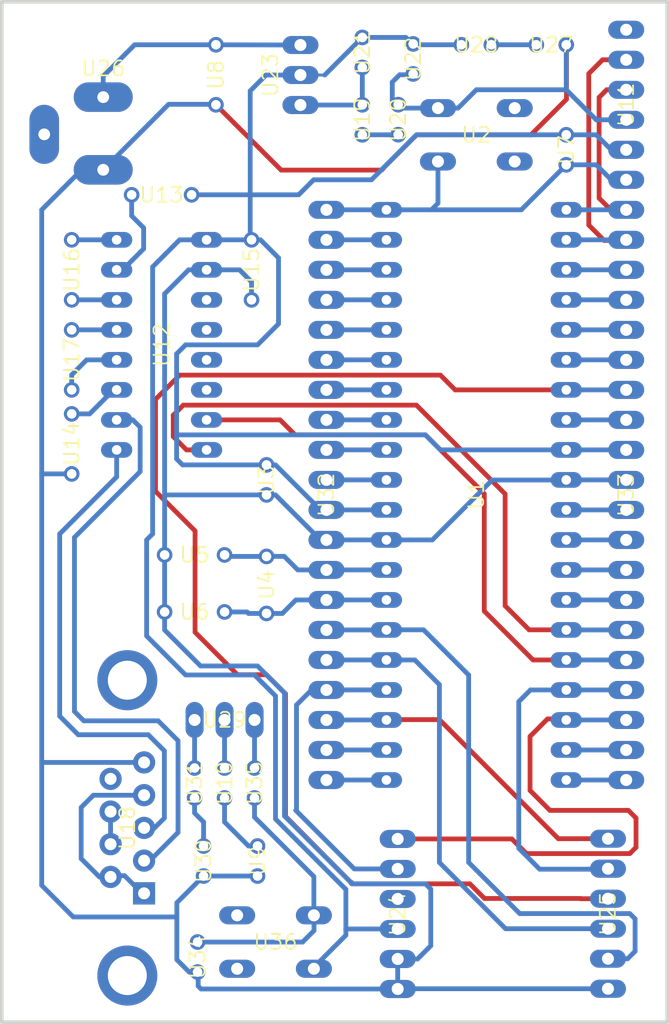
<source format=kicad_pcb>
(kicad_pcb (version 20241229) (generator "pcbnew") (generator_version "9.0")
  (layers (0 "F.Cu" signal "Top") (4 "In1.Cu" signal "Route2") (6 "In2.Cu" signal "Route3") (8 "In3.Cu" signal "Route4") (10 "In4.Cu" signal "Route5") (12 "In5.Cu" signal "Route6") (14 "In6.Cu" signal "Route7") (16 "In7.Cu" signal "Route8") (18 "In8.Cu" signal "Route9") (20 "In9.Cu" signal "Route10") (22 "In10.Cu" signal "Route11") (24 "In11.Cu" signal "Route12") (26 "In12.Cu" signal "Route13") (28 "In13.Cu" signal "Route14") (30 "In14.Cu" signal "Route15") (2 "B.Cu" signal "Bottom") (13 "F.Paste" user) (15 "B.Paste" user) (5 "F.SilkS" user) (7 "B.SilkS" user) (1 "F.Mask" user) (3 "B.Mask" user) (25 "Edge.Cuts" user))
  (net 0 "")
  (net 1 "Net-(IC3-Pad40)")
  (net 2 "Net-(IC3-Pad39)")
  (net 3 "Net-(IC3-Pad38)")
  (net 4 "Net-(IC3-Pad37)")
  (net 5 "Net-(IC3-Pad36)")
  (net 6 "Net-(IC3-Pad35)")
  (net 7 "/MRF_INT")
  (net 8 "Net-(IC3-Pad33)")
  (net 9 "/3.3V_SRC")
  (net 10 "GND")
  (net 11 "Net-(IC3-Pad30)")
  (net 12 "Net-(IC3-Pad29)")
  (net 13 "Net-(IC3-Pad28)")
  (net 14 "Net-(IC3-Pad27)")
  (net 15 "/N$17")
  (net 16 "/N$21")
  (net 17 "/MRF_SDO")
  (net 18 "/MRF_SDI")
  (net 19 "Net-(IC3-Pad22)")
  (net 20 "Net-(IC3-Pad21)")
  (net 21 "Net-(IC3-Pad20)")
  (net 22 "Net-(IC3-Pad19)")
  (net 23 "/MRF_SCK")
  (net 24 "/MRF_CS")
  (net 25 "/MRF_WAKE")
  (net 26 "/MRF_RESET")
  (net 27 "/OSC2")
  (net 28 "/OS1")
  (net 29 "Net-(IC3-Pad10)")
  (net 30 "Net-(IC3-Pad9)")
  (net 31 "Net-(IC3-Pad8)")
  (net 32 "Net-(IC3-Pad7)")
  (net 33 "Net-(IC3-Pad6)")
  (net 34 "Net-(IC3-Pad5)")
  (net 35 "Net-(IC3-Pad4)")
  (net 36 "Net-(IC3-Pad3)")
  (net 37 "Net-(IC3-Pad2)")
  (net 38 "Net-(IC3-Pad1)")
  (net 39 "Net-(S1-Pad4)")
  (net 40 "Net-(S1-Pad2)")
  (net 41 "Net-(C6-Pad1)")
  (net 42 "Net-(LED3-PadA)")
  (net 43 "Net-(R5-Pad1)")
  (net 44 "Net-(JP3-Pad6)")
  (net 45 "Net-(IC2-Pad14)")
  (net 46 "Net-(IC2-Pad13)")
  (net 47 "Net-(IC2-Pad12)")
  (net 48 "Net-(IC2-Pad11)")
  (net 49 "Net-(C5-Pad2)")
  (net 50 "Net-(C2-Pad2)")
  (net 51 "Net-(C5-Pad1)")
  (net 52 "Net-(C4-Pad2)")
  (net 53 "Net-(IC2-Pad8)")
  (net 54 "Net-(IC2-Pad7)")
  (net 55 "Net-(C1-Pad1)")
  (net 56 "Net-(C4-Pad1)")
  (net 57 "Net-(X1-Pad9)")
  (net 58 "Net-(X1-Pad7)")
  (net 59 "Net-(X1-Pad1)")
  (net 60 "Net-(IC4-Pad1)")
  (net 61 "Net-(R8-Pad1)")
  (net 62 "Net-(JP4-Pad4)")
  (net 63 "Net-(X3-Pad3)")
  (net 64 "Net-(LED1-PadA)")
  (net 65 "Net-(R2-Pad1)")
  (net 66 "Net-(R6-Pad1)")
  (net 67 "Net-(LED2-PadA)")
  (net 68 "Net-(R1-Pad1)")
  (net 69 "Net-(S2-Pad4)")
  (net 70 "Net-(S2-Pad2)")
  (footprint "picDevBoard:DIL40" (layer "F.Cu") (at 160.520378 103.560879 -90)
    (property "Reference" "U1")
    (property "Value" "")
  )
  (footprint "picDevBoard:B3F-10XX" (layer "F.Cu") (at 160.520378 73.080879)
    (property "Reference" "U2")
    (property "Value" "")
  )
  (footprint "picDevBoard:C025-024X044" (layer "F.Cu") (at 142.740378 102.290879 -90)
    (property "Reference" "U3")
    (property "Value" "")
  )
  (footprint "picDevBoard:HC49_S" (layer "F.Cu") (at 142.740378 111.180879 -90)
    (property "Reference" "U4")
    (property "Value" "")
  )
  (footprint "picDevBoard:C050-024X044" (layer "F.Cu") (at 136.644378 108.640879 180)
    (property "Reference" "U5")
    (property "Value" "")
  )
  (footprint "picDevBoard:C050-024X044" (layer "F.Cu") (at 136.644378 113.466879 180)
    (property "Reference" "U6")
    (property "Value" "")
  )
  (footprint "picDevBoard:V526-0" (layer "F.Cu") (at 168.140378 74.350879 -90)
    (property "Reference" "U7")
    (property "Value" "")
  )
  (footprint "picDevBoard:C050-025X075" (layer "F.Cu") (at 138.452878 68.000879 -90)
    (property "Reference" "U8")
    (property "Value" "")
  )
  (footprint "picDevBoard:LED3MM" (layer "F.Cu") (at 141.978378 134.548879 -90)
    (property "Reference" "U9")
    (property "Value" "")
  )
  (footprint "picDevBoard:V526-0" (layer "F.Cu") (at 139.184378 127.944879 -90)
    (property "Reference" "U10")
    (property "Value" "")
  )
  (footprint "picDevBoard:1X06" (layer "F.Cu") (at 173.220378 70.540879 90)
    (property "Reference" "U11")
    (property "Value" "")
  )
  (footprint "picDevBoard:DIL16" (layer "F.Cu") (at 133.850378 90.860879 -90)
    (property "Reference" "U12")
    (property "Value" "")
  )
  (footprint "picDevBoard:C050-024X044" (layer "F.Cu") (at 133.850378 78.160879)
    (property "Reference" "U13")
    (property "Value" "")
  )
  (footprint "picDevBoard:C050-024X044" (layer "F.Cu") (at 126.230378 99.242879 90)
    (property "Reference" "U14")
    (property "Value" "")
  )
  (footprint "picDevBoard:C050-024X044" (layer "F.Cu") (at 141.470378 84.510879 -90)
    (property "Reference" "U15")
    (property "Value" "")
  )
  (footprint "picDevBoard:C050-024X044" (layer "F.Cu") (at 126.230378 84.510879 -90)
    (property "Reference" "U16")
    (property "Value" "")
  )
  (footprint "picDevBoard:C050-024X044" (layer "F.Cu") (at 126.230378 92.130879 -90)
    (property "Reference" "U17")
    (property "Value" "")
  )
  (footprint "picDevBoard:DB9" (layer "F.Cu") (at 130.944678 131.744879 90)
    (property "Reference" "U18")
    (property "Value" "")
  )
  (footprint "picDevBoard:V526-0" (layer "F.Cu") (at 150.858178 71.810879 90)
    (property "Reference" "U19")
    (property "Value" "")
  )
  (footprint "picDevBoard:V526-0" (layer "F.Cu") (at 153.9 71.8 -90)
    (property "Reference" "U20")
    (property "Value" "")
  )
  (footprint "picDevBoard:V526-0" (layer "F.Cu") (at 150.858178 66.11 90)
    (property "Reference" "U21")
    (property "Value" "")
  )
  (footprint "picDevBoard:C025-024X044" (layer "F.Cu") (at 155.17 66.66 -90)
    (property "Reference" "U22")
    (property "Value" "")
  )
  (footprint "picDevBoard:317TS" (layer "F.Cu") (at 143.075678 68.021279 90)
    (property "Reference" "U23")
    (property "Value" "")
  )
  (footprint "picDevBoard:1X06" (layer "F.Cu") (at 153.855478 139.029379 90)
    (property "Reference" "U24")
    (property "Value" "")
  )
  (footprint "picDevBoard:1X06" (layer "F.Cu") (at 171.676178 139.009079 -90)
    (property "Reference" "U25")
    (property "Value" "")
  )
  (footprint "picDevBoard:733980-62" (layer "F.Cu") (at 128.902459 67.472557 180)
    (property "Reference" "U26")
    (property "Value" "")
  )
  (footprint "picDevBoard:LED3MM" (layer "F.Cu") (at 166.870378 65.460879)
    (property "Reference" "U27")
    (property "Value" "")
  )
  (footprint "picDevBoard:V526-0" (layer "F.Cu") (at 160.520378 65.460879)
    (property "Reference" "U28")
    (property "Value" "")
  )
  (footprint "picDevBoard:MA03-1" (layer "F.Cu") (at 139.184378 122.610879)
    (property "Reference" "U29")
    (property "Value" "")
  )
  (footprint "picDevBoard:LED3MM" (layer "F.Cu") (at 137.406378 134.548879 -90)
    (property "Reference" "U30")
    (property "Value" "")
  )
  (footprint "picDevBoard:V526-0" (layer "F.Cu") (at 136.644378 127.944879 -90)
    (property "Reference" "U31")
    (property "Value" "")
  )
  (footprint "picDevBoard:MA20-1" (layer "F.Cu") (at 147.820378 103.560879 90)
    (property "Reference" "U32")
    (property "Value" "")
  )
  (footprint "picDevBoard:MA20-1" (layer "F.Cu") (at 173.220378 103.560879 -90)
    (property "Reference" "U33")
    (property "Value" "")
  )
  (footprint "picDevBoard:V526-0" (layer "F.Cu") (at 136.898378 142.676879 -90)
    (property "Reference" "U34")
    (property "Value" "")
  )
  (footprint "picDevBoard:V526-0" (layer "F.Cu") (at 141.724378 127.944879 -90)
    (property "Reference" "U35")
    (property "Value" "")
  )
  (footprint "picDevBoard:B3F-10XX" (layer "F.Cu") (at 143.502378 141.406879 180)
    (property "Reference" "U36")
    (property "Value" "")
  )
  (gr_line (start 120.3071 61.8236) (end 120.3071 148.1836) (stroke (width 0.3048)) (layer "Edge.Cuts"))
  (gr_line (start 120.3071 148.1836) (end 176.6951 148.1836) (stroke (width 0.3048)) (layer "Edge.Cuts"))
  (gr_line (start 176.6951 148.1836) (end 176.6951 61.8236) (stroke (width 0.3048)) (layer "Edge.Cuts"))
  (gr_line (start 176.6951 61.8236) (end 120.3071 61.8236) (stroke (width 0.3048)) (layer "Edge.Cuts"))
  (segment (start 170.924178 69.910979) (end 170.924178 78.445279) (width 0.4064) (layer "F.Cu") (net 1))
  (segment (start 171.899578 79.420679) (end 173.078178 79.420679) (width 0.4064) (layer "F.Cu") (net 1))
  (segment (start 171.564278 69.270879) (end 170.924178 69.910979) (width 0.4064) (layer "F.Cu") (net 1))
  (segment (start 173.088378 79.430879) (end 173.220378 79.430879) (width 0.4064) (layer "F.Cu") (net 1))
  (segment (start 173.078178 79.420679) (end 173.088378 79.430879) (width 0.4064) (layer "F.Cu") (net 1))
  (segment (start 173.220378 69.270879) (end 171.564278 69.270879) (width 0.4064) (layer "F.Cu") (net 1))
  (segment (start 170.924178 78.445279) (end 171.899578 79.420679) (width 0.4064) (layer "F.Cu") (net 1))
  (segment (start 168.252078 79.430879) (end 168.262278 79.420679) (width 0.4064) (layer "B.Cu") (net 1))
  (segment (start 168.140378 79.430879) (end 168.252078 79.430879) (width 0.4064) (layer "B.Cu") (net 1))
  (segment (start 168.262278 79.420679) (end 168.272478 79.430879) (width 0.4064) (layer "B.Cu") (net 1))
  (segment (start 168.272478 79.430879) (end 173.220378 79.430879) (width 0.4064) (layer "B.Cu") (net 1))
  (segment (start 171.350978 82.021679) (end 170.050478 80.721179) (width 0.4064) (layer "F.Cu") (net 2))
  (segment (start 173.220378 81.970879) (end 173.220378 81.940379) (width 0.4064) (layer "F.Cu") (net 2))
  (segment (start 173.139078 82.021679) (end 171.350978 82.021679) (width 0.4064) (layer "F.Cu") (net 2))
  (segment (start 173.220378 66.730879) (end 171.218878 66.730879) (width 0.4064) (layer "F.Cu") (net 2))
  (segment (start 170.050478 67.899279) (end 170.050478 80.721179) (width 0.4064) (layer "F.Cu") (net 2))
  (segment (start 171.218878 66.730879) (end 170.050478 67.899279) (width 0.4064) (layer "F.Cu") (net 2))
  (segment (start 173.220378 81.940379) (end 173.139078 82.021679) (width 0.4064) (layer "F.Cu") (net 2))
  (segment (start 168.140378 81.970879) (end 173.220378 81.970879) (width 0.4064) (layer "B.Cu") (net 2))
  (segment (start 168.140378 84.510879) (end 173.220378 84.510879) (width 0.4064) (layer "B.Cu") (net 3))
  (segment (start 168.140378 87.050879) (end 173.220378 87.050879) (width 0.4064) (layer "B.Cu") (net 4))
  (segment (start 168.140378 89.590879) (end 173.220378 89.590879) (width 0.4064) (layer "B.Cu") (net 5))
  (segment (start 168.140378 92.130879) (end 173.220378 92.130879) (width 0.4064) (layer "B.Cu") (net 6))
  (segment (start 158.722078 94.670879) (end 168.140378 94.670879) (width 0.4064) (layer "F.Cu") (net 7))
  (segment (start 136.684978 106.608879) (end 133.332178 103.256079) (width 0.4064) (layer "F.Cu") (net 7))
  (segment (start 135.384478 93.421179) (end 157.472378 93.421179) (width 0.4064) (layer "F.Cu") (net 7))
  (segment (start 144.345678 130.769379) (end 144.345678 120.385879) (width 0.4064) (layer "F.Cu") (net 7))
  (segment (start 161.211178 137.718679) (end 159.971778 136.479279) (width 0.4064) (layer "F.Cu") (net 7))
  (segment (start 133.332178 103.256079) (end 133.332178 95.473479) (width 0.4064) (layer "F.Cu") (net 7))
  (segment (start 144.345678 120.385879) (end 142.740378 118.780579) (width 0.4064) (layer "F.Cu") (net 7))
  (segment (start 159.971778 136.479279) (end 149.974278 136.479279) (width 0.4064) (layer "F.Cu") (net 7))
  (segment (start 169.359578 137.718679) (end 161.211178 137.718679) (width 0.4064) (layer "F.Cu") (net 7))
  (segment (start 133.332178 95.473479) (end 135.384478 93.421179) (width 0.4064) (layer "F.Cu") (net 7))
  (segment (start 136.684978 115.183879) (end 136.684978 106.608879) (width 0.4064) (layer "F.Cu") (net 7))
  (segment (start 157.472378 93.421179) (end 158.722078 94.670879) (width 0.4064) (layer "F.Cu") (net 7))
  (segment (start 142.740378 118.780579) (end 140.281678 118.780579) (width 0.4064) (layer "F.Cu") (net 7))
  (segment (start 169.359578 137.718679) (end 169.379978 137.739079) (width 0.4064) (layer "F.Cu") (net 7))
  (segment (start 149.892978 136.357379) (end 144.345678 130.769379) (width 0.4064) (layer "F.Cu") (net 7))
  (segment (start 149.892978 136.397979) (end 149.892978 136.357379) (width 0.4064) (layer "F.Cu") (net 7))
  (segment (start 169.379978 137.739079) (end 171.676178 137.739079) (width 0.4064) (layer "F.Cu") (net 7))
  (segment (start 140.281678 118.780579) (end 136.684978 115.183879) (width 0.4064) (layer "F.Cu") (net 7))
  (segment (start 149.974278 136.479279) (end 149.892978 136.397979) (width 0.4064) (layer "F.Cu") (net 7))
  (segment (start 168.140378 94.670879) (end 173.220378 94.670879) (width 0.4064) (layer "B.Cu") (net 7))
  (segment (start 168.140378 97.210879) (end 173.220378 97.210879) (width 0.4064) (layer "B.Cu") (net 8))
  (segment (start 141.358578 81.859079) (end 141.358578 78.160879) (width 0.4064) (layer "B.Cu") (net 9))
  (segment (start 151.630378 76.890879) (end 155.440378 73.080879) (width 0.4064) (layer "B.Cu") (net 9))
  (segment (start 135.120378 98.480879) (end 135.120378 100.512879) (width 0.4064) (layer "B.Cu") (net 9))
  (segment (start 168.140378 99.750879) (end 173.220378 99.750879) (width 0.4064) (layer "B.Cu") (net 9))
  (segment (start 141.358578 81.859079) (end 141.470378 81.970879) (width 0.4064) (layer "B.Cu") (net 9))
  (segment (start 146.829778 143.667479) (end 146.829778 143.464279) (width 0.4064) (layer "B.Cu") (net 9))
  (segment (start 141.978378 90.860879) (end 135.882378 90.860879) (width 0.4064) (layer "B.Cu") (net 9))
  (segment (start 141.358578 78.160879) (end 136.390378 78.160879) (width 0.4064) (layer "B.Cu") (net 9))
  (segment (start 135.882378 90.860879) (end 135.120378 91.622879) (width 0.4064) (layer "B.Cu") (net 9))
  (segment (start 135.374378 81.970879) (end 137.660378 81.970879) (width 0.4064) (layer "B.Cu") (net 9))
  (segment (start 155.165978 65.460879) (end 159.250378 65.460879) (width 0.4064) (layer "B.Cu") (net 9))
  (segment (start 143.756378 89.082879) (end 141.978378 90.860879) (width 0.4064) (layer "B.Cu") (net 9))
  (segment (start 149.344378 136.834879) (end 143.502378 130.992879) (width 0.4064) (layer "B.Cu") (net 9))
  (segment (start 170.680378 73.080879) (end 171.950378 74.350879) (width 0.4064) (layer "B.Cu") (net 9))
  (segment (start 156.202378 98.480879) (end 157.472378 99.750879) (width 0.4064) (layer "B.Cu") (net 9))
  (segment (start 171.950378 74.350879) (end 173.220378 74.350879) (width 0.4064) (layer "B.Cu") (net 9))
  (segment (start 133.088378 84.256879) (end 135.374378 81.970879) (width 0.4064) (layer "B.Cu") (net 9))
  (segment (start 142.740378 101.020879) (end 143.502378 101.020879) (width 0.4064) (layer "B.Cu") (net 9))
  (segment (start 143.502378 120.578879) (end 141.724378 118.800879) (width 0.4064) (layer "B.Cu") (net 9))
  (segment (start 135.120378 100.512879) (end 135.628378 101.020879) (width 0.4064) (layer "B.Cu") (net 9))
  (segment (start 132.580378 115.498879) (end 132.580378 107.370879) (width 0.4064) (layer "B.Cu") (net 9))
  (segment (start 132.580378 107.370879) (end 133.088378 106.862879) (width 0.4064) (layer "B.Cu") (net 9))
  (segment (start 142.232378 81.970879) (end 143.756378 83.494879) (width 0.4064) (layer "B.Cu") (net 9))
  (segment (start 143.756378 83.494879) (end 143.756378 89.082879) (width 0.4064) (layer "B.Cu") (net 9))
  (segment (start 143.502378 130.992879) (end 143.502378 120.578879) (width 0.4064) (layer "B.Cu") (net 9))
  (segment (start 168.140378 73.080879) (end 170.680378 73.080879) (width 0.4064) (layer "B.Cu") (net 9))
  (segment (start 135.882378 118.800879) (end 132.580378 115.498879) (width 0.4064) (layer "B.Cu") (net 9))
  (segment (start 155.440378 73.080879) (end 168.140378 73.080879) (width 0.4064) (layer "B.Cu") (net 9))
  (segment (start 143.502378 101.020879) (end 147.312378 104.830879) (width 0.4064) (layer "B.Cu") (net 9))
  (segment (start 141.724378 118.800879) (end 135.882378 118.800879) (width 0.4064) (layer "B.Cu") (net 9))
  (segment (start 141.470378 81.970879) (end 142.232378 81.970879) (width 0.4064) (layer "B.Cu") (net 9))
  (segment (start 141.358578 78.160879) (end 145.463278 78.160879) (width 0.4064) (layer "B.Cu") (net 9))
  (segment (start 135.120378 98.480879) (end 156.202378 98.480879) (width 0.4064) (layer "B.Cu") (net 9))
  (segment (start 135.120378 91.622879) (end 135.120378 98.480879) (width 0.4064) (layer "B.Cu") (net 9))
  (segment (start 137.660378 81.970879) (end 141.246778 81.970879) (width 0.4064) (layer "B.Cu") (net 9))
  (segment (start 149.466278 140.827779) (end 149.466278 140.299479) (width 0.4064) (layer "B.Cu") (net 9))
  (segment (start 135.628378 101.020879) (end 142.740378 101.020879) (width 0.4064) (layer "B.Cu") (net 9))
  (segment (start 146.829778 143.464279) (end 149.466278 140.827779) (width 0.4064) (layer "B.Cu") (net 9))
  (segment (start 147.820378 104.830879) (end 152.900378 104.830879) (width 0.4064) (layer "B.Cu") (net 9))
  (segment (start 157.472378 99.750879) (end 168.140378 99.750879) (width 0.4064) (layer "B.Cu") (net 9))
  (segment (start 133.088378 106.862879) (end 133.088378 84.256879) (width 0.4064) (layer "B.Cu") (net 9))
  (segment (start 146.753578 143.667479) (end 146.829778 143.667479) (width 0.4064) (layer "B.Cu") (net 9))
  (segment (start 141.246778 81.970879) (end 141.358578 81.859079) (width 0.4064) (layer "B.Cu") (net 9))
  (segment (start 147.312378 104.830879) (end 147.820378 104.830879) (width 0.4064) (layer "B.Cu") (net 9))
  (segment (start 149.527278 140.340079) (end 149.486678 140.299479) (width 0.4064) (layer "B.Cu") (net 9))
  (segment (start 149.354478 136.834879) (end 149.344378 136.834879) (width 0.4064) (layer "B.Cu") (net 9))
  (segment (start 149.466278 140.299479) (end 149.466278 136.946679) (width 0.4064) (layer "B.Cu") (net 9))
  (segment (start 146.733278 76.890879) (end 151.630378 76.890879) (width 0.4064) (layer "B.Cu") (net 9))
  (segment (start 153.855478 140.299379) (end 149.567978 140.299379) (width 0.4064) (layer "B.Cu") (net 9))
  (segment (start 142.699578 68.021279) (end 141.358578 69.362279) (width 0.4064) (layer "B.Cu") (net 9))
  (segment (start 145.463278 78.160879) (end 146.733278 76.890879) (width 0.4064) (layer "B.Cu") (net 9))
  (segment (start 149.466278 136.946679) (end 149.354478 136.834879) (width 0.4064) (layer "B.Cu") (net 9))
  (segment (start 149.567978 140.299379) (end 149.527278 140.340079) (width 0.4064) (layer "B.Cu") (net 9))
  (segment (start 142.699578 68.021279) (end 145.615678 68.021279) (width 0.4064) (layer "B.Cu") (net 9))
  (segment (start 141.358578 69.362279) (end 141.358578 78.160879) (width 0.4064) (layer "B.Cu") (net 9))
  (segment (start 149.486678 140.299479) (end 149.466278 140.299479) (width 0.4064) (layer "B.Cu") (net 9))
  (segment (start 145.615678 68.021279) (end 147.676899 68.021279) (width 0.25) (layer "B.Cu") (net 9))
  (segment (start 154.545099 64.84) (end 155.165978 65.460879) (width 0.4064) (layer "B.Cu") (net 9))
  (segment (start 147.676899 68.021279) (end 150.858178 64.84) (width 0.4064) (layer "B.Cu") (net 9))
  (segment (start 150.858178 64.84) (end 154.545099 64.84) (width 0.4064) (layer "B.Cu") (net 9))
  (segment (start 152.636178 75.925679) (end 152.636178 75.905379) (width 0.4064) (layer "F.Cu") (net 10))
  (segment (start 143.979878 76.067879) (end 138.452878 70.540879) (width 0.4064) (layer "F.Cu") (net 10))
  (segment (start 168.140378 65.501579) (end 168.099778 65.501579) (width 0.4064) (layer "F.Cu") (net 10))
  (segment (start 155.460678 73.080879) (end 165.112678 73.080879) (width 0.4064) (layer "F.Cu") (net 10))
  (segment (start 152.636178 75.925679) (end 152.493978 76.067879) (width 0.4064) (layer "F.Cu") (net 10))
  (segment (start 168.160678 65.521879) (end 168.140378 65.501579) (width 0.4064) (layer "F.Cu") (net 10))
  (segment (start 165.132978 73.101179) (end 168.160678 70.073479) (width 0.4064) (layer "F.Cu") (net 10))
  (segment (start 168.059078 65.460879) (end 168.140378 65.460879) (width 0.4064) (layer "F.Cu") (net 10))
  (segment (start 168.160678 70.073479) (end 168.160678 65.521879) (width 0.4064) (layer "F.Cu") (net 10))
  (segment (start 165.112678 73.080879) (end 165.132978 73.101179) (width 0.4064) (layer "F.Cu") (net 10))
  (segment (start 152.493978 76.067879) (end 143.979878 76.067879) (width 0.4064) (layer "F.Cu") (net 10))
  (segment (start 168.099778 65.501579) (end 168.059078 65.460879) (width 0.4064) (layer "F.Cu") (net 10))
  (segment (start 152.636178 75.905379) (end 155.460678 73.080879) (width 0.4064) (layer "F.Cu") (net 10))
  (segment (start 168.109978 102.290879) (end 168.140378 102.290879) (width 0.4064) (layer "B.Cu") (net 10))
  (segment (start 153.398178 68.620679) (end 154.017978 68.000879) (width 0.4064) (layer "B.Cu") (net 10))
  (segment (start 153.855478 145.379379) (end 153.855478 145.358979) (width 0.4064) (layer "B.Cu") (net 10))
  (segment (start 123.768978 126.204879) (end 132.364678 126.204879) (width 0.4064) (layer "B.Cu") (net 10))
  (segment (start 136.949178 145.135679) (end 137.192978 145.379479) (width 0.4064) (layer "B.Cu") (net 10))
  (segment (start 137.192978 145.379479) (end 153.936678 145.379479) (width 0.4064) (layer "B.Cu") (net 10))
  (segment (start 141.978378 135.818879) (end 137.406378 135.818879) (width 0.4064) (layer "B.Cu") (net 10))
  (segment (start 156.659578 141.721879) (end 156.659578 136.926279) (width 0.4064) (layer "B.Cu") (net 10))
  (segment (start 149.933678 136.357379) (end 149.903178 136.326879) (width 0.4064) (layer "B.Cu") (net 10))
  (segment (start 136.898378 143.946879) (end 136.949178 143.997679) (width 0.4064) (layer "B.Cu") (net 10))
  (segment (start 149.933678 136.397979) (end 149.933678 136.357379) (width 0.4064) (layer "B.Cu") (net 10))
  (segment (start 156.212578 136.479279) (end 150.014978 136.479279) (width 0.4064) (layer "B.Cu") (net 10))
  (segment (start 153.896178 145.359079) (end 171.676178 145.359079) (width 0.4064) (layer "B.Cu") (net 10))
  (segment (start 152.900378 107.370879) (end 156.791678 107.370879) (width 0.4064) (layer "B.Cu") (net 10))
  (segment (start 123.690378 126.177079) (end 123.741178 126.177079) (width 0.4064) (layer "B.Cu") (net 10))
  (segment (start 138.432478 70.540879) (end 138.391878 70.500279) (width 0.4064) (layer "B.Cu") (net 10))
  (segment (start 123.741178 126.177079) (end 123.768978 126.204879) (width 0.4064) (layer "B.Cu") (net 10))
  (segment (start 155.542078 142.839379) (end 156.659578 141.721879) (width 0.4064) (layer "B.Cu") (net 10))
  (segment (start 123.690378 126.177079) (end 123.690378 136.611379) (width 0.4064) (layer "B.Cu") (net 10))
  (segment (start 134.444737 70.500279) (end 128.902459 76.042557) (width 0.4064) (layer "B.Cu") (net 10))
  (segment (start 135.140678 142.900379) (end 136.187178 143.946879) (width 0.4064) (layer "B.Cu") (net 10))
  (segment (start 136.949178 143.997679) (end 136.949178 145.135679) (width 0.4064) (layer "B.Cu") (net 10))
  (segment (start 153.855478 145.358979) (end 153.875778 145.338679) (width 0.4064) (layer "B.Cu") (net 10))
  (segment (start 156.791678 107.370879) (end 161.861478 102.301079) (width 0.4064) (layer "B.Cu") (net 10))
  (segment (start 153.398178 70.540879) (end 153.398178 68.620679) (width 0.4064) (layer "B.Cu") (net 10))
  (segment (start 149.903178 136.326879) (end 149.852378 136.326879) (width 0.4064) (layer "B.Cu") (net 10))
  (segment (start 153.936578 145.379379) (end 153.855478 145.379379) (width 0.4064) (layer "B.Cu") (net 10))
  (segment (start 123.690378 79.430879) (end 123.690378 101.782879) (width 0.4064) (layer "B.Cu") (net 10))
  (segment (start 153.855478 142.839379) (end 155.542078 142.839379) (width 0.4064) (layer "B.Cu") (net 10))
  (segment (start 128.902459 76.042557) (end 127.0787 76.042557) (width 0.4064) (layer "B.Cu") (net 10))
  (segment (start 150.014978 136.479279) (end 149.933678 136.397979) (width 0.4064) (layer "B.Cu") (net 10))
  (segment (start 138.432478 70.540879) (end 138.452878 70.540879) (width 0.4064) (layer "B.Cu") (net 10))
  (segment (start 156.659578 136.926279) (end 156.212578 136.479279) (width 0.4064) (layer "B.Cu") (net 10))
  (segment (start 136.187178 143.946879) (end 136.898378 143.946879) (width 0.4064) (layer "B.Cu") (net 10))
  (segment (start 135.140678 139.283441) (end 135.140678 142.900379) (width 0.4064) (layer "B.Cu") (net 10))
  (segment (start 126.36244 139.283441) (end 135.140678 139.283441) (width 0.4064) (layer "B.Cu") (net 10))
  (segment (start 168.099778 102.301079) (end 168.109978 102.290879) (width 0.4064) (layer "B.Cu") (net 10))
  (segment (start 123.690378 136.611379) (end 126.36244 139.283441) (width 0.4064) (layer "B.Cu") (net 10))
  (segment (start 138.391878 70.500279) (end 134.444737 70.500279) (width 0.4064) (layer "B.Cu") (net 10))
  (segment (start 137.406378 135.818879) (end 135.140678 138.084579) (width 0.4064) (layer "B.Cu") (net 10))
  (segment (start 153.936678 145.379479) (end 153.936578 145.379379) (width 0.4064) (layer "B.Cu") (net 10))
  (segment (start 153.875778 145.338679) (end 153.896178 145.359079) (width 0.4064) (layer "B.Cu") (net 10))
  (segment (start 154.017978 68.000879) (end 155.165978 68.000879) (width 0.4064) (layer "B.Cu") (net 10))
  (segment (start 135.140678 138.084579) (end 135.140678 139.283441) (width 0.4064) (layer "B.Cu") (net 10))
  (segment (start 161.861478 102.301079) (end 168.099778 102.301079) (width 0.4064) (layer "B.Cu") (net 10))
  (segment (start 144.264378 120.324879) (end 141.978378 118.038879) (width 0.4064) (layer "B.Cu") (net 10))
  (segment (start 168.140378 65.460879) (end 168.140378 69.270879) (width 0.4064) (layer "B.Cu") (net 10))
  (segment (start 168.140378 69.270879) (end 170.680378 71.810879) (width 0.4064) (layer "B.Cu") (net 10))
  (segment (start 158.970978 70.820279) (end 157.269178 70.820279) (width 0.4064) (layer "B.Cu") (net 10))
  (segment (start 157.269178 70.820279) (end 153.677578 70.820279) (width 0.4064) (layer "B.Cu") (net 10))
  (segment (start 137.660378 84.510879) (end 140.454378 84.510879) (width 0.4064) (layer "B.Cu") (net 10))
  (segment (start 147.312378 107.370879) (end 147.820378 107.370879) (width 0.4064) (layer "B.Cu") (net 10))
  (segment (start 123.690378 101.782879) (end 126.230378 101.782879) (width 0.4064) (layer "B.Cu") (net 10))
  (segment (start 143.502378 103.560879) (end 147.312378 107.370879) (width 0.4064) (layer "B.Cu") (net 10))
  (segment (start 168.140378 102.290879) (end 173.220378 102.290879) (width 0.4064) (layer "B.Cu") (net 10))
  (segment (start 141.470378 85.526879) (end 141.470378 87.050879) (width 0.4064) (layer "B.Cu") (net 10))
  (segment (start 141.978378 118.038879) (end 137.152378 118.038879) (width 0.4064) (layer "B.Cu") (net 10))
  (segment (start 134.104378 114.990879) (end 134.104378 113.466879) (width 0.4064) (layer "B.Cu") (net 10))
  (segment (start 134.104378 86.542879) (end 136.136378 84.510879) (width 0.4064) (layer "B.Cu") (net 10))
  (segment (start 153.677578 70.820279) (end 153.398178 70.540879) (width 0.4064) (layer "B.Cu") (net 10))
  (segment (start 134.104378 113.466879) (end 134.104378 108.640879) (width 0.4064) (layer "B.Cu") (net 10))
  (segment (start 142.740378 103.560879) (end 143.502378 103.560879) (width 0.4064) (layer "B.Cu") (net 10))
  (segment (start 168.140378 69.270879) (end 160.520378 69.270879) (width 0.4064) (layer "B.Cu") (net 10))
  (segment (start 144.264378 130.738879) (end 144.264378 120.324879) (width 0.4064) (layer "B.Cu") (net 10))
  (segment (start 153.855478 145.379379) (end 153.855478 142.839379) (width 0.4064) (layer "B.Cu") (net 10))
  (segment (start 136.136378 84.510879) (end 137.660378 84.510879) (width 0.4064) (layer "B.Cu") (net 10))
  (segment (start 137.152378 118.038879) (end 134.104378 114.990879) (width 0.4064) (layer "B.Cu") (net 10))
  (segment (start 134.104378 103.560879) (end 134.104378 86.542879) (width 0.4064) (layer "B.Cu") (net 10))
  (segment (start 149.852378 136.326879) (end 144.264378 130.738879) (width 0.4064) (layer "B.Cu") (net 10))
  (segment (start 134.104378 108.640879) (end 134.104378 103.560879) (width 0.4064) (layer "B.Cu") (net 10))
  (segment (start 134.104378 103.560879) (end 142.740378 103.560879) (width 0.4064) (layer "B.Cu") (net 10))
  (segment (start 127.0787 76.042557) (end 123.690378 79.430879) (width 0.4064) (layer "B.Cu") (net 10))
  (segment (start 147.820378 107.370879) (end 152.900378 107.370879) (width 0.4064) (layer "B.Cu") (net 10))
  (segment (start 170.680378 71.810879) (end 173.220378 71.810879) (width 0.4064) (layer "B.Cu") (net 10))
  (segment (start 160.520378 69.270879) (end 158.970978 70.820279) (width 0.4064) (layer "B.Cu") (net 10))
  (segment (start 123.690378 126.177079) (end 123.690378 101.782879) (width 0.4064) (layer "B.Cu") (net 10))
  (segment (start 140.454378 84.510879) (end 141.470378 85.526879) (width 0.4064) (layer "B.Cu") (net 10))
  (segment (start 168.140378 104.830879) (end 173.220378 104.830879) (width 0.4064) (layer "B.Cu") (net 11))
  (segment (start 168.140378 107.370879) (end 173.220378 107.370879) (width 0.4064) (layer "B.Cu") (net 12))
  (segment (start 168.140378 109.910879) (end 173.220378 109.910879) (width 0.4064) (layer "B.Cu") (net 13))
  (segment (start 168.140378 112.450879) (end 173.220378 112.450879) (width 0.4064) (layer "B.Cu") (net 14))
  (segment (start 155.440378 95.961179) (end 162.958778 103.479579) (width 0.4064) (layer "F.Cu") (net 15))
  (segment (start 162.958778 112.948679) (end 164.990778 114.980679) (width 0.4064) (layer "F.Cu") (net 15))
  (segment (start 134.835878 98.623079) (end 134.835878 96.814679) (width 0.4064) (layer "F.Cu") (net 15))
  (segment (start 168.059078 114.980679) (end 168.069278 114.990879) (width 0.4064) (layer "F.Cu") (net 15))
  (segment (start 168.069278 114.990879) (end 168.140378 114.990879) (width 0.4064) (layer "F.Cu") (net 15))
  (segment (start 164.990778 114.980679) (end 168.059078 114.980679) (width 0.4064) (layer "F.Cu") (net 15))
  (segment (start 135.689378 95.961179) (end 155.440378 95.961179) (width 0.4064) (layer "F.Cu") (net 15))
  (segment (start 134.835878 98.623079) (end 135.963678 99.750879) (width 0.4064) (layer "F.Cu") (net 15))
  (segment (start 135.963678 99.750879) (end 137.660378 99.750879) (width 0.4064) (layer "F.Cu") (net 15))
  (segment (start 162.958778 103.479579) (end 162.958778 112.948679) (width 0.4064) (layer "F.Cu") (net 15))
  (segment (start 134.835878 96.814679) (end 135.689378 95.961179) (width 0.4064) (layer "F.Cu") (net 15))
  (segment (start 168.140378 114.990879) (end 173.220378 114.990879) (width 0.4064) (layer "B.Cu") (net 15))
  (segment (start 161.190978 113.395779) (end 165.326078 117.530879) (width 0.4064) (layer "F.Cu") (net 16))
  (segment (start 165.326078 117.530879) (end 168.140378 117.530879) (width 0.4064) (layer "F.Cu") (net 16))
  (segment (start 143.888478 97.210879) (end 145.158478 98.480879) (width 0.4064) (layer "F.Cu") (net 16))
  (segment (start 137.660378 97.210879) (end 143.888478 97.210879) (width 0.4064) (layer "F.Cu") (net 16))
  (segment (start 145.158478 98.480879) (end 156.212478 98.480879) (width 0.4064) (layer "F.Cu") (net 16))
  (segment (start 156.212478 98.480879) (end 157.512978 99.781379) (width 0.4064) (layer "F.Cu") (net 16))
  (segment (start 157.513078 99.781379) (end 161.190978 103.459279) (width 0.4064) (layer "F.Cu") (net 16))
  (segment (start 161.190978 103.459279) (end 161.190978 113.395779) (width 0.4064) (layer "F.Cu") (net 16))
  (segment (start 157.512978 99.781379) (end 157.513078 99.781379) (width 0.4064) (layer "F.Cu") (net 16))
  (segment (start 168.140378 117.530879) (end 173.220378 117.530879) (width 0.4064) (layer "B.Cu") (net 16))
  (segment (start 164.116978 121.056479) (end 165.102578 120.070879) (width 0.4064) (layer "B.Cu") (net 17))
  (segment (start 171.635478 135.239779) (end 171.676178 135.199079) (width 0.4064) (layer "B.Cu") (net 17))
  (segment (start 165.884878 135.239779) (end 171.635478 135.239779) (width 0.4064) (layer "B.Cu") (net 17))
  (segment (start 164.116978 133.471879) (end 165.884878 135.239779) (width 0.4064) (layer "B.Cu") (net 17))
  (segment (start 165.102578 120.070879) (end 168.140378 120.070879) (width 0.4064) (layer "B.Cu") (net 17))
  (segment (start 168.140378 120.070879) (end 173.220378 120.070879) (width 0.4064) (layer "B.Cu") (net 17))
  (segment (start 164.116978 133.471879) (end 164.116978 121.056479) (width 0.4064) (layer "B.Cu") (net 17))
  (segment (start 174.053478 133.390679) (end 174.053478 130.911579) (width 0.4064) (layer "F.Cu") (net 18))
  (segment (start 173.403278 130.261379) (end 174.053478 130.911579) (width 0.4064) (layer "F.Cu") (net 18))
  (segment (start 166.758678 130.261379) (end 173.403278 130.261379) (width 0.4064) (layer "F.Cu") (net 18))
  (segment (start 165.072078 128.574779) (end 166.758678 130.261379) (width 0.4064) (layer "F.Cu") (net 18))
  (segment (start 165.072078 124.002779) (end 165.072078 128.574779) (width 0.4064) (layer "F.Cu") (net 18))
  (segment (start 166.555378 122.519479) (end 167.896578 122.519479) (width 0.4064) (layer "F.Cu") (net 18))
  (segment (start 165.072078 124.002779) (end 166.555378 122.519479) (width 0.4064) (layer "F.Cu") (net 18))
  (segment (start 153.875778 132.638679) (end 153.916478 132.679379) (width 0.4064) (layer "F.Cu") (net 18))
  (segment (start 164.767278 133.918879) (end 173.525278 133.918879) (width 0.4064) (layer "F.Cu") (net 18))
  (segment (start 167.896578 122.519479) (end 167.987978 122.610879) (width 0.4064) (layer "F.Cu") (net 18))
  (segment (start 163.527778 132.679379) (end 164.767278 133.918879) (width 0.4064) (layer "F.Cu") (net 18))
  (segment (start 153.855478 132.679379) (end 153.855478 132.658979) (width 0.4064) (layer "F.Cu") (net 18))
  (segment (start 167.987978 122.610879) (end 168.140378 122.610879) (width 0.4064) (layer "F.Cu") (net 18))
  (segment (start 153.916478 132.679379) (end 163.527778 132.679379) (width 0.4064) (layer "F.Cu") (net 18))
  (segment (start 153.855478 132.658979) (end 153.875778 132.638679) (width 0.4064) (layer "F.Cu") (net 18))
  (segment (start 173.525278 133.918879) (end 174.053478 133.390679) (width 0.4064) (layer "F.Cu") (net 18))
  (segment (start 168.140378 122.610879) (end 173.220378 122.610879) (width 0.4064) (layer "B.Cu") (net 18))
  (segment (start 168.140378 125.150879) (end 173.220378 125.150879) (width 0.4064) (layer "B.Cu") (net 19))
  (segment (start 168.140378 127.690879) (end 173.220378 127.690879) (width 0.4064) (layer "B.Cu") (net 20))
  (segment (start 147.820378 127.690879) (end 152.900378 127.690879) (width 0.4064) (layer "B.Cu") (net 21))
  (segment (start 147.820378 125.150879) (end 152.900378 125.150879) (width 0.4064) (layer "B.Cu") (net 22))
  (segment (start 167.469778 132.659079) (end 171.676178 132.659079) (width 0.4064) (layer "F.Cu") (net 23))
  (segment (start 167.469778 132.659079) (end 157.391078 122.580379) (width 0.4064) (layer "F.Cu") (net 23))
  (segment (start 152.991778 122.610879) (end 153.022278 122.641379) (width 0.4064) (layer "F.Cu") (net 23))
  (segment (start 152.900378 122.610879) (end 152.991778 122.610879) (width 0.4064) (layer "F.Cu") (net 23))
  (segment (start 153.083278 122.580379) (end 157.391078 122.580379) (width 0.4064) (layer "F.Cu") (net 23))
  (segment (start 153.022278 122.641379) (end 153.083278 122.580379) (width 0.4064) (layer "F.Cu") (net 23))
  (segment (start 147.820378 122.610879) (end 152.900378 122.610879) (width 0.4064) (layer "B.Cu") (net 23))
  (segment (start 150.177378 135.219379) (end 145.219378 130.261379) (width 0.4064) (layer "B.Cu") (net 24))
  (segment (start 153.855478 135.219379) (end 150.177378 135.219379) (width 0.4064) (layer "B.Cu") (net 24))
  (segment (start 145.249878 130.230879) (end 145.280378 130.230879) (width 0.4064) (layer "B.Cu") (net 24))
  (segment (start 152.900378 120.070879) (end 147.820378 120.070879) (width 0.4064) (layer "B.Cu") (net 24))
  (segment (start 145.280378 121.340879) (end 146.550378 120.070879) (width 0.4064) (layer "B.Cu") (net 24))
  (segment (start 146.550378 120.070879) (end 152.900378 120.070879) (width 0.4064) (layer "B.Cu") (net 24))
  (segment (start 145.280378 130.230879) (end 145.280378 121.340879) (width 0.4064) (layer "B.Cu") (net 24))
  (segment (start 145.219378 130.261379) (end 145.249878 130.230879) (width 0.4064) (layer "B.Cu") (net 24))
  (segment (start 147.820378 117.530879) (end 152.900378 117.530879) (width 0.4064) (layer "B.Cu") (net 25))
  (segment (start 152.900378 117.530879) (end 155.308278 117.530879) (width 0.4064) (layer "B.Cu") (net 25))
  (segment (start 155.308278 117.530879) (end 157.391078 119.613679) (width 0.4064) (layer "B.Cu") (net 25))
  (segment (start 157.391078 134.670779) (end 162.999378 140.279079) (width 0.4064) (layer "B.Cu") (net 25))
  (segment (start 157.391078 119.613679) (end 157.391078 134.670779) (width 0.4064) (layer "B.Cu") (net 25))
  (segment (start 162.999378 140.279079) (end 171.676178 140.279079) (width 0.4064) (layer "B.Cu") (net 25))
  (segment (start 173.972178 139.445979) (end 173.972178 142.189179) (width 0.4064) (layer "B.Cu") (net 26))
  (segment (start 159.870178 134.670779) (end 159.870178 118.800879) (width 0.4064) (layer "B.Cu") (net 26))
  (segment (start 156.049978 114.980679) (end 152.900378 114.980679) (width 0.4064) (layer "B.Cu") (net 26))
  (segment (start 159.870178 118.800879) (end 156.049978 114.980679) (width 0.4064) (layer "B.Cu") (net 26))
  (segment (start 152.900378 114.990879) (end 147.820378 114.990879) (width 0.4064) (layer "B.Cu") (net 26))
  (segment (start 152.900378 114.980679) (end 152.900378 114.990879) (width 0.4064) (layer "B.Cu") (net 26))
  (segment (start 159.870178 134.670779) (end 164.198378 138.998879) (width 0.4064) (layer "B.Cu") (net 26))
  (segment (start 173.342278 142.819079) (end 173.972178 142.189179) (width 0.4064) (layer "B.Cu") (net 26))
  (segment (start 164.198378 138.998879) (end 173.525078 138.998879) (width 0.4064) (layer "B.Cu") (net 26))
  (segment (start 171.676178 142.819079) (end 173.342278 142.819079) (width 0.4064) (layer "B.Cu") (net 26))
  (segment (start 173.525078 138.998879) (end 173.972178 139.445979) (width 0.4064) (layer "B.Cu") (net 26))
  (segment (start 144.076378 113.593879) (end 144.081478 113.598979) (width 0.4064) (layer "B.Cu") (net 27))
  (segment (start 142.740378 113.593879) (end 144.076378 113.593879) (width 0.4064) (layer "B.Cu") (net 27))
  (segment (start 147.820378 112.450879) (end 145.229578 112.450879) (width 0.4064) (layer "B.Cu") (net 27))
  (segment (start 139.184378 113.466879) (end 141.0843 113.466879) (width 0.4064) (layer "B.Cu") (net 27))
  (segment (start 141.0843 113.466879) (end 141.2113 113.593879) (width 0.4064) (layer "B.Cu") (net 27))
  (segment (start 147.820378 112.450879) (end 152.900378 112.450879) (width 0.4064) (layer "B.Cu") (net 27))
  (segment (start 144.081478 113.598979) (end 145.229578 112.450879) (width 0.4064) (layer "B.Cu") (net 27))
  (segment (start 141.2113 113.593879) (end 142.740378 113.593879) (width 0.4064) (layer "B.Cu") (net 27))
  (segment (start 147.820378 109.910879) (end 152.900378 109.910879) (width 0.4064) (layer "B.Cu") (net 28))
  (segment (start 144.244078 108.762779) (end 142.557578 108.762779) (width 0.4064) (layer "B.Cu") (net 28))
  (segment (start 139.057378 108.767879) (end 139.184378 108.640879) (width 0.4064) (layer "B.Cu") (net 28))
  (segment (start 147.820378 109.910879) (end 145.392178 109.910879) (width 0.4064) (layer "B.Cu") (net 28))
  (segment (start 142.552478 108.767879) (end 142.740378 108.767879) (width 0.4064) (layer "B.Cu") (net 28))
  (segment (start 142.557578 108.762779) (end 142.552478 108.767879) (width 0.4064) (layer "B.Cu") (net 28))
  (segment (start 139.057378 108.767879) (end 142.740378 108.767879) (width 0.4064) (layer "B.Cu") (net 28))
  (segment (start 145.392178 109.910879) (end 144.244078 108.762779) (width 0.4064) (layer "B.Cu") (net 28))
  (segment (start 147.820378 102.290879) (end 152.900378 102.290879) (width 0.4064) (layer "B.Cu") (net 29))
  (segment (start 147.820378 99.750879) (end 152.900378 99.750879) (width 0.4064) (layer "B.Cu") (net 30))
  (segment (start 147.820378 97.210879) (end 152.900378 97.210879) (width 0.4064) (layer "B.Cu") (net 31))
  (segment (start 147.820378 94.670879) (end 152.900378 94.670879) (width 0.4064) (layer "B.Cu") (net 32))
  (segment (start 147.820378 92.130879) (end 152.900378 92.130879) (width 0.4064) (layer "B.Cu") (net 33))
  (segment (start 147.820378 89.590879) (end 152.900378 89.590879) (width 0.4064) (layer "B.Cu") (net 34))
  (segment (start 147.820378 87.050879) (end 152.900378 87.050879) (width 0.4064) (layer "B.Cu") (net 35))
  (segment (start 147.820378 84.510879) (end 152.900378 84.510879) (width 0.4064) (layer "B.Cu") (net 36))
  (segment (start 147.820378 81.970879) (end 152.900378 81.970879) (width 0.4064) (layer "B.Cu") (net 37))
  (segment (start 168.140378 75.620879) (end 170.680378 75.620879) (width 0.4064) (layer "B.Cu") (net 38))
  (segment (start 171.950378 76.890879) (end 173.220378 76.890879) (width 0.4064) (layer "B.Cu") (net 38))
  (segment (start 156.710378 79.430879) (end 157.269178 78.872079) (width 0.4064) (layer "B.Cu") (net 38))
  (segment (start 152.900378 79.430879) (end 156.710378 79.430879) (width 0.4064) (layer "B.Cu") (net 38))
  (segment (start 164.330378 79.430879) (end 168.140378 75.620879) (width 0.4064) (layer "B.Cu") (net 38))
  (segment (start 170.680378 75.620879) (end 171.950378 76.890879) (width 0.4064) (layer "B.Cu") (net 38))
  (segment (start 156.710378 79.430879) (end 164.330378 79.430879) (width 0.4064) (layer "B.Cu") (net 38))
  (segment (start 147.820378 79.430879) (end 152.900378 79.430879) (width 0.4064) (layer "B.Cu") (net 38))
  (segment (start 157.269178 78.872079) (end 157.269178 75.341479) (width 0.4064) (layer "B.Cu") (net 38))
  (segment (start 138.452878 65.460879) (end 145.615678 65.481279) (width 0.4064) (layer "B.Cu") (net 41))
  (segment (start 128.902459 68.122797) (end 131.564378 65.460879) (width 0.4064) (layer "B.Cu") (net 41))
  (segment (start 131.564378 65.460879) (end 138.452878 65.460879) (width 0.4064) (layer "B.Cu") (net 41))
  (segment (start 128.902459 69.892557) (end 128.902459 68.122797) (width 0.4064) (layer "B.Cu") (net 41))
  (segment (start 128.902459 70.042547) (end 127.652469 70.042547) (width 0.25) (layer "B.Cu") (net 41))
  (segment (start 128.902459 69.892557) (end 128.902459 70.042547) (width 0.25) (layer "B.Cu") (net 41))
  (segment (start 139.184378 129.214879) (end 139.184378 131.246879) (width 0.4064) (layer "B.Cu") (net 42))
  (segment (start 141.216378 133.278879) (end 141.978378 133.278879) (width 0.4064) (layer "B.Cu") (net 42))
  (segment (start 139.184378 131.246879) (end 141.216378 133.278879) (width 0.4064) (layer "B.Cu") (net 42))
  (segment (start 139.184378 126.674879) (end 139.184378 122.864879) (width 0.4064) (layer "B.Cu") (net 43))
  (segment (start 139.438378 122.610879) (end 139.184378 122.610879) (width 0.4064) (layer "B.Cu") (net 43))
  (segment (start 139.184378 122.864879) (end 139.438378 122.610879) (width 0.4064) (layer "B.Cu") (net 43))
  (segment (start 127.500378 92.130879) (end 130.040378 92.130879) (width 0.4064) (layer "B.Cu") (net 49))
  (segment (start 126.230378 93.400879) (end 127.500378 92.130879) (width 0.4064) (layer "B.Cu") (net 49))
  (segment (start 126.230378 94.670879) (end 126.230378 93.400879) (width 0.4064) (layer "B.Cu") (net 49))
  (segment (start 127.754378 96.702879) (end 129.786378 94.670879) (width 0.4064) (layer "B.Cu") (net 50))
  (segment (start 129.786378 94.670879) (end 130.040378 94.670879) (width 0.4064) (layer "B.Cu") (net 50))
  (segment (start 126.230378 96.702879) (end 127.754378 96.702879) (width 0.4064) (layer "B.Cu") (net 50))
  (segment (start 126.484378 89.590879) (end 130.040378 89.590879) (width 0.4064) (layer "B.Cu") (net 51))
  (segment (start 126.230378 89.336879) (end 126.484378 89.590879) (width 0.4064) (layer "B.Cu") (net 51))
  (segment (start 126.230378 89.590879) (end 126.230378 89.336879) (width 0.4064) (layer "B.Cu") (net 51))
  (segment (start 126.230378 87.050879) (end 130.040378 87.050879) (width 0.4064) (layer "B.Cu") (net 52))
  (segment (start 132.397478 131.785379) (end 132.364678 131.752579) (width 0.4064) (layer "B.Cu") (net 53))
  (segment (start 126.789178 123.860579) (end 125.214378 122.285779) (width 0.4064) (layer "B.Cu") (net 53))
  (segment (start 132.722678 123.860579) (end 134.084078 125.221979) (width 0.4064) (layer "B.Cu") (net 53))
  (segment (start 126.789178 123.860579) (end 132.722678 123.860579) (width 0.4064) (layer "B.Cu") (net 53))
  (segment (start 130.040378 102.036879) (end 130.040378 99.750879) (width 0.4064) (layer "B.Cu") (net 53))
  (segment (start 125.214378 122.285779) (end 125.214378 106.862879) (width 0.4064) (layer "B.Cu") (net 53))
  (segment (start 134.084078 130.911579) (end 133.210278 131.785379) (width 0.4064) (layer "B.Cu") (net 53))
  (segment (start 132.364678 131.752579) (end 132.364678 131.744879) (width 0.4064) (layer "B.Cu") (net 53))
  (segment (start 133.210278 131.785379) (end 132.397478 131.785379) (width 0.4064) (layer "B.Cu") (net 53))
  (segment (start 134.084078 125.221979) (end 134.084078 130.911579) (width 0.4064) (layer "B.Cu") (net 53))
  (segment (start 125.214378 106.862879) (end 130.040378 102.036879) (width 0.4064) (layer "B.Cu") (net 53))
  (segment (start 126.464078 107.157579) (end 132.031778 101.589879) (width 0.4064) (layer "B.Cu") (net 54))
  (segment (start 131.411978 97.210879) (end 130.040378 97.210879) (width 0.4064) (layer "B.Cu") (net 54))
  (segment (start 132.858178 134.514879) (end 135.242278 132.130779) (width 0.4064) (layer "B.Cu") (net 54))
  (segment (start 135.242278 132.130779) (end 135.242278 124.368479) (width 0.4064) (layer "B.Cu") (net 54))
  (segment (start 132.364678 134.514879) (end 132.858178 134.514879) (width 0.4064) (layer "B.Cu") (net 54))
  (segment (start 126.464078 121.889479) (end 126.464078 107.157579) (width 0.4064) (layer "B.Cu") (net 54))
  (segment (start 132.031778 101.589879) (end 132.031778 97.830679) (width 0.4064) (layer "B.Cu") (net 54))
  (segment (start 127.256578 122.681979) (end 126.464078 121.889479) (width 0.4064) (layer "B.Cu") (net 54))
  (segment (start 135.242278 124.368479) (end 133.555778 122.681979) (width 0.4064) (layer "B.Cu") (net 54))
  (segment (start 132.031778 97.830679) (end 131.411978 97.210879) (width 0.4064) (layer "B.Cu") (net 54))
  (segment (start 133.555778 122.681979) (end 127.256578 122.681979) (width 0.4064) (layer "B.Cu") (net 54))
  (segment (start 132.326378 80.954879) (end 131.310378 79.938879) (width 0.4064) (layer "B.Cu") (net 55))
  (segment (start 130.548378 84.510879) (end 132.326378 82.732879) (width 0.4064) (layer "B.Cu") (net 55))
  (segment (start 131.310378 79.938879) (end 131.310378 78.160879) (width 0.4064) (layer "B.Cu") (net 55))
  (segment (start 130.040378 84.510879) (end 130.548378 84.510879) (width 0.4064) (layer "B.Cu") (net 55))
  (segment (start 132.326378 82.732879) (end 132.326378 80.954879) (width 0.4064) (layer "B.Cu") (net 55))
  (segment (start 126.230378 81.970879) (end 130.040378 81.970879) (width 0.4064) (layer "B.Cu") (net 56))
  (segment (start 129.524678 130.364879) (end 129.524678 133.124879) (width 0.4064) (layer "B.Cu") (net 58))
  (segment (start 128.069378 128.981179) (end 132.560078 128.981179) (width 0.4064) (layer "B.Cu") (net 59))
  (segment (start 127.032978 134.345679) (end 127.032978 130.017579) (width 0.4064) (layer "B.Cu") (net 59))
  (segment (start 129.524678 135.894879) (end 128.582178 135.894879) (width 0.4064) (layer "B.Cu") (net 59))
  (segment (start 127.032978 130.017579) (end 128.069378 128.981179) (width 0.4064) (layer "B.Cu") (net 59))
  (segment (start 128.582178 135.894879) (end 127.032978 134.345679) (width 0.4064) (layer "B.Cu") (net 59))
  (segment (start 132.560078 128.981179) (end 132.553778 128.974879) (width 0.4064) (layer "B.Cu") (net 59))
  (segment (start 132.553778 128.974879) (end 132.364678 128.974879) (width 0.4064) (layer "B.Cu") (net 59))
  (segment (start 130.710978 135.788379) (end 132.207478 137.284879) (width 0.4064) (layer "B.Cu") (net 59))
  (segment (start 129.524678 135.857079) (end 129.593378 135.788379) (width 0.4064) (layer "B.Cu") (net 59))
  (segment (start 129.524678 135.894879) (end 129.524678 135.857079) (width 0.4064) (layer "B.Cu") (net 59))
  (segment (start 129.593378 135.788379) (end 130.710978 135.788379) (width 0.4064) (layer "B.Cu") (net 59))
  (segment (start 132.207478 137.284879) (end 132.364678 137.284879) (width 0.4064) (layer "B.Cu") (net 59))
  (segment (start 150.858178 70.540879) (end 150.858178 68.000879) (width 0.4064) (layer "B.Cu") (net 60))
  (segment (start 145.615678 70.561279) (end 150.837778 70.561279) (width 0.4064) (layer "B.Cu") (net 60))
  (segment (start 150.837778 70.561279) (end 150.858178 70.540879) (width 0.4064) (layer "B.Cu") (net 60))
  (segment (start 150.858178 73.080879) (end 153.398178 73.080879) (width 0.4064) (layer "B.Cu") (net 61))
  (segment (start 161.790378 65.460879) (end 165.600378 65.460879) (width 0.4064) (layer "B.Cu") (net 64))
  (segment (start 141.724378 126.674879) (end 141.724378 122.864879) (width 0.4064) (layer "B.Cu") (net 65))
  (segment (start 141.978378 122.610879) (end 141.724378 122.610879) (width 0.4064) (layer "B.Cu") (net 65))
  (segment (start 141.724378 122.864879) (end 141.978378 122.610879) (width 0.4064) (layer "B.Cu") (net 65))
  (segment (start 136.644378 122.864879) (end 136.898378 122.610879) (width 0.4064) (layer "B.Cu") (net 66))
  (segment (start 136.644378 126.674879) (end 136.644378 122.864879) (width 0.4064) (layer "B.Cu") (net 66))
  (segment (start 136.898378 122.610879) (end 136.644378 122.610879) (width 0.4064) (layer "B.Cu") (net 66))
  (segment (start 137.406378 131.246879) (end 136.644378 130.484879) (width 0.4064) (layer "B.Cu") (net 67))
  (segment (start 137.406378 133.278879) (end 137.406378 131.246879) (width 0.4064) (layer "B.Cu") (net 67))
  (segment (start 136.644378 130.484879) (end 136.644378 129.214879) (width 0.4064) (layer "B.Cu") (net 67))
  (segment (start 136.898378 141.406879) (end 145.798537 141.406879) (width 0.4064) (layer "B.Cu") (net 68))
  (segment (start 141.724378 130.840479) (end 146.753578 135.869679) (width 0.4064) (layer "B.Cu") (net 68))
  (segment (start 141.724378 129.214879) (end 141.724378 130.840479) (width 0.4064) (layer "B.Cu") (net 68))
  (segment (start 146.763737 139.156438) (end 146.753578 139.146279) (width 0.4064) (layer "B.Cu") (net 68))
  (segment (start 146.753578 135.869679) (end 146.753578 139.146279) (width 0.4064) (layer "B.Cu") (net 68))
  (segment (start 146.763737 140.441679) (end 146.763737 139.156438) (width 0.4064) (layer "B.Cu") (net 68))
  (segment (start 145.798537 141.406879) (end 146.763737 140.441679) (width 0.4064) (layer "B.Cu") (net 68))
)
</source>
